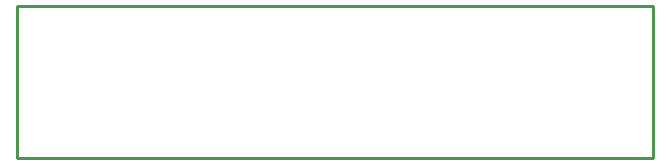
<source format=gbr>
G04 EAGLE Gerber RS-274X export*
G75*
%MOMM*%
%FSLAX34Y34*%
%LPD*%
%IN*%
%IPPOS*%
%AMOC8*
5,1,8,0,0,1.08239X$1,22.5*%
G01*
G04 Define Apertures*
%ADD10C,0.254000*%
D10*
X2490Y4190D02*
X540970Y4190D01*
X540970Y132970D01*
X2490Y132970D01*
X2490Y4190D01*
M02*

</source>
